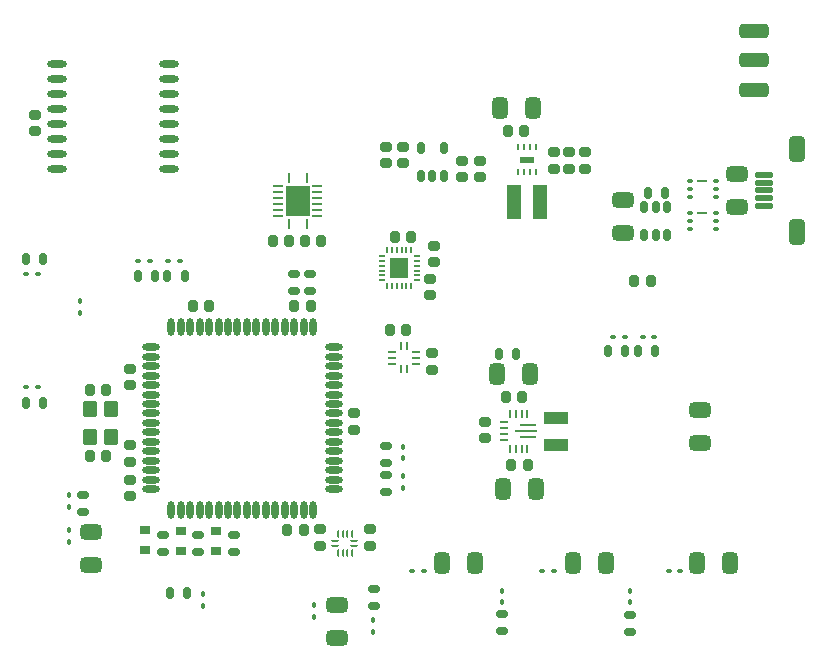
<source format=gtp>
G04*
G04 #@! TF.GenerationSoftware,Altium Limited,Altium Designer,18.1.7 (191)*
G04*
G04 Layer_Color=8421504*
%FSAX44Y44*%
%MOMM*%
G71*
G01*
G75*
G04:AMPARAMS|DCode=16|XSize=0.3mm|YSize=0.5mm|CornerRadius=0.075mm|HoleSize=0mm|Usage=FLASHONLY|Rotation=0.000|XOffset=0mm|YOffset=0mm|HoleType=Round|Shape=RoundedRectangle|*
%AMROUNDEDRECTD16*
21,1,0.3000,0.3500,0,0,0.0*
21,1,0.1500,0.5000,0,0,0.0*
1,1,0.1500,0.0750,-0.1750*
1,1,0.1500,-0.0750,-0.1750*
1,1,0.1500,-0.0750,0.1750*
1,1,0.1500,0.0750,0.1750*
%
%ADD16ROUNDEDRECTD16*%
G04:AMPARAMS|DCode=17|XSize=0.95mm|YSize=0.7mm|CornerRadius=0.175mm|HoleSize=0mm|Usage=FLASHONLY|Rotation=270.000|XOffset=0mm|YOffset=0mm|HoleType=Round|Shape=RoundedRectangle|*
%AMROUNDEDRECTD17*
21,1,0.9500,0.3500,0,0,270.0*
21,1,0.6000,0.7000,0,0,270.0*
1,1,0.3500,-0.1750,-0.3000*
1,1,0.3500,-0.1750,0.3000*
1,1,0.3500,0.1750,0.3000*
1,1,0.3500,0.1750,-0.3000*
%
%ADD17ROUNDEDRECTD17*%
%ADD18O,0.8000X0.2500*%
%ADD19O,0.2500X0.8000*%
%ADD20O,1.5000X0.2500*%
%ADD21O,1.9000X0.2500*%
G04:AMPARAMS|DCode=22|XSize=1mm|YSize=0.8mm|CornerRadius=0.2mm|HoleSize=0mm|Usage=FLASHONLY|Rotation=180.000|XOffset=0mm|YOffset=0mm|HoleType=Round|Shape=RoundedRectangle|*
%AMROUNDEDRECTD22*
21,1,1.0000,0.4000,0,0,180.0*
21,1,0.6000,0.8000,0,0,180.0*
1,1,0.4000,-0.3000,0.2000*
1,1,0.4000,0.3000,0.2000*
1,1,0.4000,0.3000,-0.2000*
1,1,0.4000,-0.3000,-0.2000*
%
%ADD22ROUNDEDRECTD22*%
G04:AMPARAMS|DCode=23|XSize=0.3mm|YSize=0.5mm|CornerRadius=0.075mm|HoleSize=0mm|Usage=FLASHONLY|Rotation=270.000|XOffset=0mm|YOffset=0mm|HoleType=Round|Shape=RoundedRectangle|*
%AMROUNDEDRECTD23*
21,1,0.3000,0.3500,0,0,270.0*
21,1,0.1500,0.5000,0,0,270.0*
1,1,0.1500,-0.1750,-0.0750*
1,1,0.1500,-0.1750,0.0750*
1,1,0.1500,0.1750,0.0750*
1,1,0.1500,0.1750,-0.0750*
%
%ADD23ROUNDEDRECTD23*%
G04:AMPARAMS|DCode=24|XSize=1.8mm|YSize=1.3mm|CornerRadius=0.325mm|HoleSize=0mm|Usage=FLASHONLY|Rotation=270.000|XOffset=0mm|YOffset=0mm|HoleType=Round|Shape=RoundedRectangle|*
%AMROUNDEDRECTD24*
21,1,1.8000,0.6500,0,0,270.0*
21,1,1.1500,1.3000,0,0,270.0*
1,1,0.6500,-0.3250,-0.5750*
1,1,0.6500,-0.3250,0.5750*
1,1,0.6500,0.3250,0.5750*
1,1,0.6500,0.3250,-0.5750*
%
%ADD24ROUNDEDRECTD24*%
G04:AMPARAMS|DCode=25|XSize=0.95mm|YSize=0.7mm|CornerRadius=0.175mm|HoleSize=0mm|Usage=FLASHONLY|Rotation=180.000|XOffset=0mm|YOffset=0mm|HoleType=Round|Shape=RoundedRectangle|*
%AMROUNDEDRECTD25*
21,1,0.9500,0.3500,0,0,180.0*
21,1,0.6000,0.7000,0,0,180.0*
1,1,0.3500,-0.3000,0.1750*
1,1,0.3500,0.3000,0.1750*
1,1,0.3500,0.3000,-0.1750*
1,1,0.3500,-0.3000,-0.1750*
%
%ADD25ROUNDEDRECTD25*%
G04:AMPARAMS|DCode=26|XSize=1mm|YSize=0.8mm|CornerRadius=0.2mm|HoleSize=0mm|Usage=FLASHONLY|Rotation=90.000|XOffset=0mm|YOffset=0mm|HoleType=Round|Shape=RoundedRectangle|*
%AMROUNDEDRECTD26*
21,1,1.0000,0.4000,0,0,90.0*
21,1,0.6000,0.8000,0,0,90.0*
1,1,0.4000,0.2000,0.3000*
1,1,0.4000,0.2000,-0.3000*
1,1,0.4000,-0.2000,-0.3000*
1,1,0.4000,-0.2000,0.3000*
%
%ADD26ROUNDEDRECTD26*%
%ADD27R,2.1400X1.1000*%
G04:AMPARAMS|DCode=28|XSize=1.8mm|YSize=1.3mm|CornerRadius=0.325mm|HoleSize=0mm|Usage=FLASHONLY|Rotation=180.000|XOffset=0mm|YOffset=0mm|HoleType=Round|Shape=RoundedRectangle|*
%AMROUNDEDRECTD28*
21,1,1.8000,0.6500,0,0,180.0*
21,1,1.1500,1.3000,0,0,180.0*
1,1,0.6500,-0.5750,0.3250*
1,1,0.6500,0.5750,0.3250*
1,1,0.6500,0.5750,-0.3250*
1,1,0.6500,-0.5750,-0.3250*
%
%ADD28ROUNDEDRECTD28*%
%ADD29R,2.0500X2.5500*%
%ADD30O,0.2500X0.9000*%
%ADD31O,0.9000X0.2500*%
%ADD32O,1.6500X0.6000*%
%ADD33R,0.8700X0.2350*%
%ADD34O,0.6500X0.3000*%
G04:AMPARAMS|DCode=35|XSize=0.6mm|YSize=1mm|CornerRadius=0.15mm|HoleSize=0mm|Usage=FLASHONLY|Rotation=180.000|XOffset=0mm|YOffset=0mm|HoleType=Round|Shape=RoundedRectangle|*
%AMROUNDEDRECTD35*
21,1,0.6000,0.7000,0,0,180.0*
21,1,0.3000,1.0000,0,0,180.0*
1,1,0.3000,-0.1500,0.3500*
1,1,0.3000,0.1500,0.3500*
1,1,0.3000,0.1500,-0.3500*
1,1,0.3000,-0.1500,-0.3500*
%
%ADD35ROUNDEDRECTD35*%
%ADD36R,1.1900X2.9900*%
%ADD37R,1.2000X0.6000*%
%ADD38O,0.2500X0.6500*%
G04:AMPARAMS|DCode=39|XSize=0.2mm|YSize=0.6mm|CornerRadius=0.05mm|HoleSize=0mm|Usage=FLASHONLY|Rotation=180.000|XOffset=0mm|YOffset=0mm|HoleType=Round|Shape=RoundedRectangle|*
%AMROUNDEDRECTD39*
21,1,0.2000,0.5000,0,0,180.0*
21,1,0.1000,0.6000,0,0,180.0*
1,1,0.1000,-0.0500,0.2500*
1,1,0.1000,0.0500,0.2500*
1,1,0.1000,0.0500,-0.2500*
1,1,0.1000,-0.0500,-0.2500*
%
%ADD39ROUNDEDRECTD39*%
G04:AMPARAMS|DCode=40|XSize=0.2mm|YSize=0.6mm|CornerRadius=0.05mm|HoleSize=0mm|Usage=FLASHONLY|Rotation=270.000|XOffset=0mm|YOffset=0mm|HoleType=Round|Shape=RoundedRectangle|*
%AMROUNDEDRECTD40*
21,1,0.2000,0.5000,0,0,270.0*
21,1,0.1000,0.6000,0,0,270.0*
1,1,0.1000,-0.2500,-0.0500*
1,1,0.1000,-0.2500,0.0500*
1,1,0.1000,0.2500,0.0500*
1,1,0.1000,0.2500,-0.0500*
%
%ADD40ROUNDEDRECTD40*%
%ADD41O,0.2000X0.6000*%
%ADD42O,0.6000X0.2000*%
%ADD43R,1.5400X1.7000*%
%ADD44O,0.7500X0.2500*%
%ADD45O,0.2500X0.7500*%
%ADD46O,1.5000X0.6000*%
%ADD47O,0.6000X1.5000*%
G04:AMPARAMS|DCode=48|XSize=1.4mm|YSize=1.15mm|CornerRadius=0.1725mm|HoleSize=0mm|Usage=FLASHONLY|Rotation=270.000|XOffset=0mm|YOffset=0mm|HoleType=Round|Shape=RoundedRectangle|*
%AMROUNDEDRECTD48*
21,1,1.4000,0.8050,0,0,270.0*
21,1,1.0550,1.1500,0,0,270.0*
1,1,0.3450,-0.4025,-0.5275*
1,1,0.3450,-0.4025,0.5275*
1,1,0.3450,0.4025,0.5275*
1,1,0.3450,0.4025,-0.5275*
%
%ADD48ROUNDEDRECTD48*%
%ADD49R,0.9500X0.8000*%
G04:AMPARAMS|DCode=50|XSize=1.2mm|YSize=2.5mm|CornerRadius=0.3mm|HoleSize=0mm|Usage=FLASHONLY|Rotation=90.000|XOffset=0mm|YOffset=0mm|HoleType=Round|Shape=RoundedRectangle|*
%AMROUNDEDRECTD50*
21,1,1.2000,1.9000,0,0,90.0*
21,1,0.6000,2.5000,0,0,90.0*
1,1,0.6000,0.9500,0.3000*
1,1,0.6000,0.9500,-0.3000*
1,1,0.6000,-0.9500,-0.3000*
1,1,0.6000,-0.9500,0.3000*
%
%ADD50ROUNDEDRECTD50*%
G04:AMPARAMS|DCode=51|XSize=2.2mm|YSize=1.3mm|CornerRadius=0.325mm|HoleSize=0mm|Usage=FLASHONLY|Rotation=270.000|XOffset=0mm|YOffset=0mm|HoleType=Round|Shape=RoundedRectangle|*
%AMROUNDEDRECTD51*
21,1,2.2000,0.6500,0,0,270.0*
21,1,1.5500,1.3000,0,0,270.0*
1,1,0.6500,-0.3250,-0.7750*
1,1,0.6500,-0.3250,0.7750*
1,1,0.6500,0.3250,0.7750*
1,1,0.6500,0.3250,-0.7750*
%
%ADD51ROUNDEDRECTD51*%
G04:AMPARAMS|DCode=52|XSize=0.45mm|YSize=1.5mm|CornerRadius=0.1125mm|HoleSize=0mm|Usage=FLASHONLY|Rotation=270.000|XOffset=0mm|YOffset=0mm|HoleType=Round|Shape=RoundedRectangle|*
%AMROUNDEDRECTD52*
21,1,0.4500,1.2750,0,0,270.0*
21,1,0.2250,1.5000,0,0,270.0*
1,1,0.2250,-0.6375,-0.1125*
1,1,0.2250,-0.6375,0.1125*
1,1,0.2250,0.6375,0.1125*
1,1,0.2250,0.6375,-0.1125*
%
%ADD52ROUNDEDRECTD52*%
D16*
X00278000Y00040000D02*
D03*
Y00030000D02*
D03*
X00184000Y00049000D02*
D03*
Y00039000D02*
D03*
X00328000Y00017000D02*
D03*
Y00027000D02*
D03*
X00437000Y00052000D02*
D03*
Y00042000D02*
D03*
X00545000Y00052000D02*
D03*
Y00042000D02*
D03*
X00353000Y00164000D02*
D03*
Y00174000D02*
D03*
X00353000Y00149000D02*
D03*
Y00139000D02*
D03*
X00080000Y00287000D02*
D03*
Y00297000D02*
D03*
X00070000Y00093500D02*
D03*
Y00103500D02*
D03*
Y00123000D02*
D03*
Y00133000D02*
D03*
D17*
X00170250Y00050000D02*
D03*
X00155750D02*
D03*
X00434750Y00252000D02*
D03*
X00449250D02*
D03*
X00551750Y00255000D02*
D03*
X00566250D02*
D03*
X00526750D02*
D03*
X00541250D02*
D03*
X00153750Y00318000D02*
D03*
X00168250D02*
D03*
X00143250D02*
D03*
X00128750D02*
D03*
X00560750Y00389000D02*
D03*
X00575250D02*
D03*
X00048250Y00333000D02*
D03*
X00033750D02*
D03*
X00048500Y00211000D02*
D03*
X00034000D02*
D03*
D18*
X00438500Y00194500D02*
D03*
Y00189500D02*
D03*
Y00184500D02*
D03*
Y00179500D02*
D03*
D19*
X00443500Y00172250D02*
D03*
X00448500D02*
D03*
X00453500D02*
D03*
X00458500D02*
D03*
Y00201750D02*
D03*
X00453500D02*
D03*
X00448500D02*
D03*
X00443500D02*
D03*
D20*
X00459250Y00182000D02*
D03*
Y00192000D02*
D03*
D21*
X00457250Y00187000D02*
D03*
D22*
X00312000Y00202000D02*
D03*
Y00188000D02*
D03*
X00423000Y00181000D02*
D03*
Y00195000D02*
D03*
X00042000Y00441000D02*
D03*
Y00455000D02*
D03*
X00507000Y00409000D02*
D03*
Y00423000D02*
D03*
X00494000Y00409000D02*
D03*
Y00423000D02*
D03*
X00481000Y00409000D02*
D03*
Y00423000D02*
D03*
X00283000Y00090000D02*
D03*
Y00104000D02*
D03*
X00325000D02*
D03*
Y00090000D02*
D03*
X00378000Y00253000D02*
D03*
Y00239000D02*
D03*
X00122000Y00226000D02*
D03*
Y00240000D02*
D03*
X00122000Y00161000D02*
D03*
Y00175000D02*
D03*
X00403000Y00402000D02*
D03*
Y00416000D02*
D03*
X00418000Y00402000D02*
D03*
Y00416000D02*
D03*
X00353000Y00428000D02*
D03*
Y00414000D02*
D03*
X00339000Y00428000D02*
D03*
Y00414000D02*
D03*
X00376000Y00316000D02*
D03*
Y00302000D02*
D03*
X00379000Y00330000D02*
D03*
Y00344000D02*
D03*
X00122000Y00146000D02*
D03*
Y00132000D02*
D03*
D23*
X00361000Y00069000D02*
D03*
X00371000D02*
D03*
X00471000D02*
D03*
X00481000D02*
D03*
X00578000D02*
D03*
X00588000D02*
D03*
X00556000Y00267000D02*
D03*
X00566000D02*
D03*
X00531000D02*
D03*
X00541000D02*
D03*
X00154000Y00331000D02*
D03*
X00164000D02*
D03*
X00139000D02*
D03*
X00129000D02*
D03*
X00044000Y00320000D02*
D03*
X00034000D02*
D03*
X00044000Y00224000D02*
D03*
X00034000D02*
D03*
D24*
X00414000Y00075000D02*
D03*
X00386000D02*
D03*
X00525000D02*
D03*
X00497000D02*
D03*
X00630000D02*
D03*
X00602000D02*
D03*
X00433000Y00235000D02*
D03*
X00461000D02*
D03*
X00435000Y00461000D02*
D03*
X00463000D02*
D03*
X00438000Y00138000D02*
D03*
X00466000D02*
D03*
D25*
X00329000Y00053250D02*
D03*
Y00038750D02*
D03*
X00437000Y00017750D02*
D03*
Y00032250D02*
D03*
X00545000Y00016750D02*
D03*
Y00031250D02*
D03*
X00339000Y00159750D02*
D03*
Y00174250D02*
D03*
X00339000Y00150250D02*
D03*
Y00135750D02*
D03*
X00261000Y00305750D02*
D03*
Y00320250D02*
D03*
X00274000Y00305750D02*
D03*
Y00320250D02*
D03*
X00082000Y00118750D02*
D03*
Y00133250D02*
D03*
X00210000Y00099250D02*
D03*
Y00084750D02*
D03*
X00180000Y00099250D02*
D03*
Y00084750D02*
D03*
X00150000Y00099250D02*
D03*
Y00084750D02*
D03*
D26*
X00454000Y00216000D02*
D03*
X00440000D02*
D03*
X00563000Y00314000D02*
D03*
X00549000D02*
D03*
X00456000Y00441000D02*
D03*
X00442000D02*
D03*
X00360000Y00351000D02*
D03*
X00346000D02*
D03*
X00284000Y00348000D02*
D03*
X00270000D02*
D03*
X00243000D02*
D03*
X00257000D02*
D03*
X00269000Y00103000D02*
D03*
X00255000D02*
D03*
X00356000Y00273000D02*
D03*
X00342000D02*
D03*
X00261000Y00293000D02*
D03*
X00275000D02*
D03*
X00175000D02*
D03*
X00189000D02*
D03*
X00088000Y00222000D02*
D03*
X00102000D02*
D03*
X00102000Y00166000D02*
D03*
X00088000D02*
D03*
X00459000Y00158000D02*
D03*
X00445000D02*
D03*
D27*
X00483000Y00198300D02*
D03*
Y00175700D02*
D03*
D28*
X00605000Y00177000D02*
D03*
Y00205000D02*
D03*
X00636000Y00405000D02*
D03*
Y00377000D02*
D03*
X00539000Y00355000D02*
D03*
Y00383000D02*
D03*
X00089000Y00074000D02*
D03*
Y00102000D02*
D03*
X00297000Y00012000D02*
D03*
Y00040000D02*
D03*
D29*
X00264000Y00382000D02*
D03*
D30*
X00271500Y00362750D02*
D03*
X00256500D02*
D03*
Y00401250D02*
D03*
X00271500D02*
D03*
D31*
X00247250Y00369500D02*
D03*
Y00374500D02*
D03*
Y00379500D02*
D03*
Y00384500D02*
D03*
Y00389500D02*
D03*
Y00394500D02*
D03*
X00280750D02*
D03*
Y00389500D02*
D03*
Y00384500D02*
D03*
Y00379500D02*
D03*
Y00374500D02*
D03*
Y00369500D02*
D03*
D32*
X00060250Y00497450D02*
D03*
Y00484750D02*
D03*
Y00472050D02*
D03*
Y00459350D02*
D03*
Y00446650D02*
D03*
Y00433950D02*
D03*
Y00421250D02*
D03*
Y00408550D02*
D03*
X00155250Y00497450D02*
D03*
Y00484750D02*
D03*
Y00472050D02*
D03*
Y00459350D02*
D03*
Y00446650D02*
D03*
Y00433950D02*
D03*
Y00421250D02*
D03*
Y00408550D02*
D03*
D33*
X00606500Y00371500D02*
D03*
Y00398500D02*
D03*
D34*
X00596250Y00358500D02*
D03*
Y00365000D02*
D03*
Y00371500D02*
D03*
X00617750D02*
D03*
Y00365000D02*
D03*
Y00358500D02*
D03*
X00596250Y00385500D02*
D03*
Y00392000D02*
D03*
Y00398500D02*
D03*
X00617750D02*
D03*
Y00392000D02*
D03*
Y00385500D02*
D03*
D35*
X00557500Y00377000D02*
D03*
X00567000D02*
D03*
X00576500D02*
D03*
Y00353000D02*
D03*
X00567000D02*
D03*
X00557500D02*
D03*
X00368500Y00427000D02*
D03*
X00387500D02*
D03*
Y00403000D02*
D03*
X00378000D02*
D03*
X00368500D02*
D03*
D36*
X00446900Y00381000D02*
D03*
X00469100D02*
D03*
D37*
X00458000Y00417000D02*
D03*
D38*
X00450500Y00427250D02*
D03*
X00455500D02*
D03*
X00460500D02*
D03*
X00465500D02*
D03*
Y00406750D02*
D03*
X00460500D02*
D03*
X00455500D02*
D03*
X00450500D02*
D03*
D39*
X00310000Y00084000D02*
D03*
X00306000D02*
D03*
X00302000D02*
D03*
X00298000D02*
D03*
Y00100000D02*
D03*
X00302000D02*
D03*
X00306000D02*
D03*
X00310000D02*
D03*
D40*
X00296000Y00090000D02*
D03*
Y00094000D02*
D03*
X00312000D02*
D03*
Y00090000D02*
D03*
D41*
X00340000Y00310000D02*
D03*
X00344000D02*
D03*
X00348000D02*
D03*
X00352000D02*
D03*
X00356000D02*
D03*
X00360000D02*
D03*
Y00340000D02*
D03*
X00356000D02*
D03*
X00352000D02*
D03*
X00348000D02*
D03*
X00344000D02*
D03*
X00340000D02*
D03*
D42*
X00365000Y00315000D02*
D03*
Y00319000D02*
D03*
Y00323000D02*
D03*
Y00327000D02*
D03*
Y00331000D02*
D03*
Y00335000D02*
D03*
X00335000D02*
D03*
Y00331000D02*
D03*
Y00327000D02*
D03*
Y00323000D02*
D03*
Y00319000D02*
D03*
Y00315000D02*
D03*
D43*
X00350000Y00325000D02*
D03*
D44*
X00363750Y00254000D02*
D03*
Y00249000D02*
D03*
Y00244000D02*
D03*
X00344250D02*
D03*
Y00249000D02*
D03*
Y00254000D02*
D03*
D45*
X00356500Y00239250D02*
D03*
X00351500D02*
D03*
Y00258750D02*
D03*
X00356500D02*
D03*
D46*
X00139500Y00138000D02*
D03*
Y00146000D02*
D03*
Y00154000D02*
D03*
Y00162000D02*
D03*
Y00170000D02*
D03*
Y00178000D02*
D03*
Y00186000D02*
D03*
Y00194000D02*
D03*
Y00202000D02*
D03*
Y00210000D02*
D03*
Y00218000D02*
D03*
Y00226000D02*
D03*
Y00234000D02*
D03*
Y00242000D02*
D03*
Y00250000D02*
D03*
Y00258000D02*
D03*
X00294500D02*
D03*
Y00250000D02*
D03*
Y00242000D02*
D03*
Y00234000D02*
D03*
Y00226000D02*
D03*
Y00218000D02*
D03*
Y00210000D02*
D03*
Y00202000D02*
D03*
Y00194000D02*
D03*
Y00186000D02*
D03*
Y00178000D02*
D03*
Y00170000D02*
D03*
Y00162000D02*
D03*
Y00154000D02*
D03*
Y00146000D02*
D03*
Y00138000D02*
D03*
D47*
X00157000Y00275500D02*
D03*
X00165000D02*
D03*
X00173000D02*
D03*
X00181000D02*
D03*
X00189000D02*
D03*
X00197000D02*
D03*
X00205000D02*
D03*
X00213000D02*
D03*
X00221000D02*
D03*
X00229000D02*
D03*
X00237000D02*
D03*
X00245000D02*
D03*
X00253000D02*
D03*
X00261000D02*
D03*
X00269000D02*
D03*
X00277000D02*
D03*
Y00120500D02*
D03*
X00269000D02*
D03*
X00261000D02*
D03*
X00253000D02*
D03*
X00245000D02*
D03*
X00237000D02*
D03*
X00229000D02*
D03*
X00221000D02*
D03*
X00213000D02*
D03*
X00205000D02*
D03*
X00197000D02*
D03*
X00189000D02*
D03*
X00181000D02*
D03*
X00173000D02*
D03*
X00165000D02*
D03*
X00157000D02*
D03*
D48*
X00106000Y00206000D02*
D03*
Y00182000D02*
D03*
X00088000D02*
D03*
Y00206000D02*
D03*
D49*
X00195000Y00085750D02*
D03*
Y00102250D02*
D03*
X00165000Y00085750D02*
D03*
Y00102250D02*
D03*
X00135000Y00086500D02*
D03*
Y00103000D02*
D03*
D50*
X00650000Y00526000D02*
D03*
Y00501000D02*
D03*
Y00476000D02*
D03*
D51*
X00686496Y00425998D02*
D03*
Y00355998D02*
D03*
D52*
X00658996Y00403998D02*
D03*
Y00397498D02*
D03*
Y00390998D02*
D03*
Y00384498D02*
D03*
Y00377998D02*
D03*
M02*

</source>
